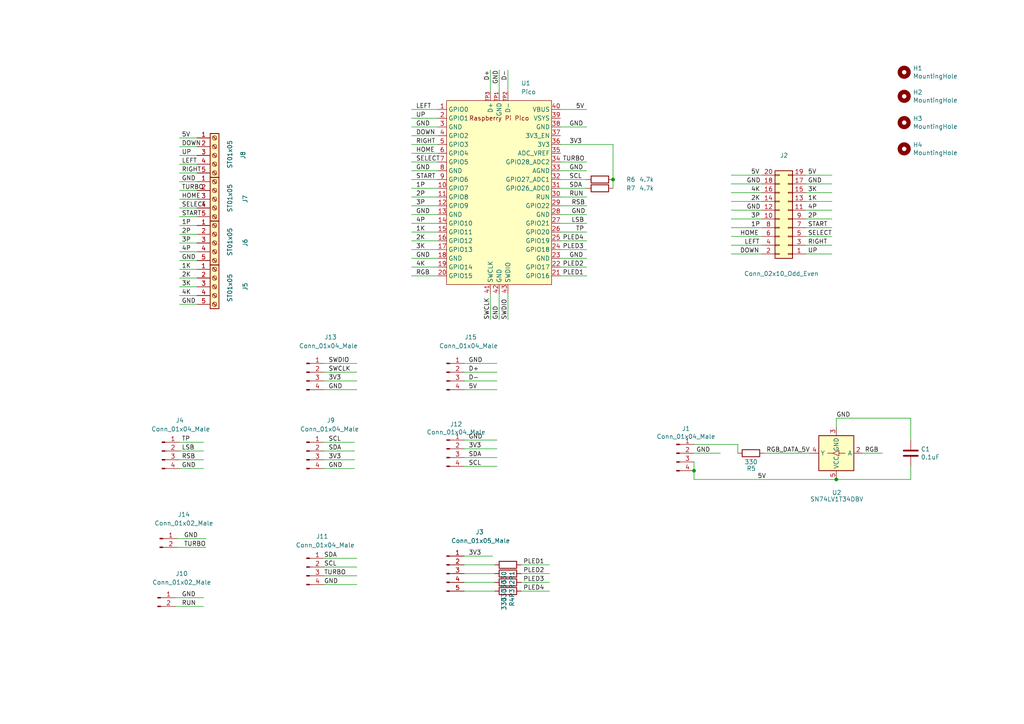
<source format=kicad_sch>
(kicad_sch (version 20211123) (generator eeschema)
  (paper "A4")
  (lib_symbols
    (symbol "Connector:Conn_01x02_Male" (pin_names (offset 1.016) hide)
      (property "Reference" "J" (at 0 2.54 0))
      (property "Value" "Conn_01x02_Male" (at 0 -5.08 0))
      (symbol "Conn_01x02_Male_1_1"
        (polyline (pts (xy 1.27 -2.54) (xy 0.8636 -2.54)) (stroke (width 0.1524)))
        (polyline (pts (xy 1.27 0) (xy 0.8636 0)) (stroke (width 0.1524)))
        (rectangle (start 0.8636 -2.413) (end 0 -2.667) (stroke (width 0.1524)) (fill (type outline)))
        (rectangle (start 0.8636 0.127) (end 0 -0.127) (stroke (width 0.1524)) (fill (type outline)))
        (pin passive line (at 5.08 0 180) (length 3.81) (name "Pin_1") (number "1"))
        (pin passive line (at 5.08 -2.54 180) (length 3.81) (name "Pin_2") (number "2"))
      )
    )
    (symbol "Connector:Conn_01x04_Male" (pin_names (offset 1.016) hide)
      (property "Reference" "J" (at 0 5.08 0))
      (property "Value" "Conn_01x04_Male" (at 0 -7.62 0))
      (symbol "Conn_01x04_Male_1_1"
        (polyline (pts (xy 1.27 -5.08) (xy 0.8636 -5.08)) (stroke (width 0.1524)))
        (polyline (pts (xy 1.27 -2.54) (xy 0.8636 -2.54)) (stroke (width 0.1524)))
        (polyline (pts (xy 1.27 0) (xy 0.8636 0)) (stroke (width 0.1524)))
        (polyline (pts (xy 1.27 2.54) (xy 0.8636 2.54)) (stroke (width 0.1524)))
        (rectangle (start 0.8636 -4.953) (end 0 -5.207) (stroke (width 0.1524)) (fill (type outline)))
        (rectangle (start 0.8636 -2.413) (end 0 -2.667) (stroke (width 0.1524)) (fill (type outline)))
        (rectangle (start 0.8636 0.127) (end 0 -0.127) (stroke (width 0.1524)) (fill (type outline)))
        (rectangle (start 0.8636 2.667) (end 0 2.413) (stroke (width 0.1524)) (fill (type outline)))
        (pin passive line (at 5.08 2.54 180) (length 3.81) (name "Pin_1") (number "1"))
        (pin passive line (at 5.08 0 180) (length 3.81) (name "Pin_2") (number "2"))
        (pin passive line (at 5.08 -2.54 180) (length 3.81) (name "Pin_3") (number "3"))
        (pin passive line (at 5.08 -5.08 180) (length 3.81) (name "Pin_4") (number "4"))
      )
    )
    (symbol "Connector:Conn_01x05_Male" (pin_names (offset 1.016) hide)
      (property "Reference" "J" (at 0 7.62 0))
      (property "Value" "Conn_01x05_Male" (at 0 -7.62 0))
      (symbol "Conn_01x05_Male_1_1"
        (polyline (pts (xy 1.27 -5.08) (xy 0.8636 -5.08)) (stroke (width 0.1524)))
        (polyline (pts (xy 1.27 -2.54) (xy 0.8636 -2.54)) (stroke (width 0.1524)))
        (polyline (pts (xy 1.27 0) (xy 0.8636 0)) (stroke (width 0.1524)))
        (polyline (pts (xy 1.27 2.54) (xy 0.8636 2.54)) (stroke (width 0.1524)))
        (polyline (pts (xy 1.27 5.08) (xy 0.8636 5.08)) (stroke (width 0.1524)))
        (rectangle (start 0.8636 -4.953) (end 0 -5.207) (stroke (width 0.1524)) (fill (type outline)))
        (rectangle (start 0.8636 -2.413) (end 0 -2.667) (stroke (width 0.1524)) (fill (type outline)))
        (rectangle (start 0.8636 0.127) (end 0 -0.127) (stroke (width 0.1524)) (fill (type outline)))
        (rectangle (start 0.8636 2.667) (end 0 2.413) (stroke (width 0.1524)) (fill (type outline)))
        (rectangle (start 0.8636 5.207) (end 0 4.953) (stroke (width 0.1524)) (fill (type outline)))
        (pin passive line (at 5.08 5.08 180) (length 3.81) (name "Pin_1") (number "1"))
        (pin passive line (at 5.08 2.54 180) (length 3.81) (name "Pin_2") (number "2"))
        (pin passive line (at 5.08 0 180) (length 3.81) (name "Pin_3") (number "3"))
        (pin passive line (at 5.08 -2.54 180) (length 3.81) (name "Pin_4") (number "4"))
        (pin passive line (at 5.08 -5.08 180) (length 3.81) (name "Pin_5") (number "5"))
      )
    )
    (symbol "Connector:Screw_Terminal_01x05" (pin_names (offset 1.016) hide)
      (property "Reference" "J" (at 0 7.62 0))
      (property "Value" "Screw_Terminal_01x05" (at 0 -7.62 0))
      (symbol "Screw_Terminal_01x05_1_1"
        (rectangle (start -1.27 6.35) (end 1.27 -6.35) (stroke (width 0.254)) (fill (type background)))
        (circle (center 0 -5.08) (radius 0.635) (stroke (width 0.1524)))
        (circle (center 0 -2.54) (radius 0.635) (stroke (width 0.1524)))
        (polyline (pts (xy -0.5334 -4.7498) (xy 0.3302 -5.588)) (stroke (width 0.1524)))
        (polyline (pts (xy -0.5334 -2.2098) (xy 0.3302 -3.048)) (stroke (width 0.1524)))
        (polyline (pts (xy -0.5334 0.3302) (xy 0.3302 -0.508)) (stroke (width 0.1524)))
        (polyline (pts (xy -0.5334 2.8702) (xy 0.3302 2.032)) (stroke (width 0.1524)))
        (polyline (pts (xy -0.5334 5.4102) (xy 0.3302 4.572)) (stroke (width 0.1524)))
        (polyline (pts (xy -0.3556 -4.572) (xy 0.508 -5.4102)) (stroke (width 0.1524)))
        (polyline (pts (xy -0.3556 -2.032) (xy 0.508 -2.8702)) (stroke (width 0.1524)))
        (polyline (pts (xy -0.3556 0.508) (xy 0.508 -0.3302)) (stroke (width 0.1524)))
        (polyline (pts (xy -0.3556 3.048) (xy 0.508 2.2098)) (stroke (width 0.1524)))
        (polyline (pts (xy -0.3556 5.588) (xy 0.508 4.7498)) (stroke (width 0.1524)))
        (circle (center 0 0) (radius 0.635) (stroke (width 0.1524)))
        (circle (center 0 2.54) (radius 0.635) (stroke (width 0.1524)))
        (circle (center 0 5.08) (radius 0.635) (stroke (width 0.1524)))
        (pin passive line (at -5.08 5.08 0) (length 3.81) (name "Pin_1") (number "1"))
        (pin passive line (at -5.08 2.54 0) (length 3.81) (name "Pin_2") (number "2"))
        (pin passive line (at -5.08 0 0) (length 3.81) (name "Pin_3") (number "3"))
        (pin passive line (at -5.08 -2.54 0) (length 3.81) (name "Pin_4") (number "4"))
        (pin passive line (at -5.08 -5.08 0) (length 3.81) (name "Pin_5") (number "5"))
      )
    )
    (symbol "Connector_Generic:Conn_02x10_Odd_Even" (pin_names (offset 1.016) hide)
      (property "Reference" "J" (at 1.27 12.7 0))
      (property "Value" "Conn_02x10_Odd_Even" (at 1.27 -15.24 0))
      (symbol "Conn_02x10_Odd_Even_1_1"
        (rectangle (start -1.27 -12.573) (end 0 -12.827) (stroke (width 0.1524)))
        (rectangle (start -1.27 -10.033) (end 0 -10.287) (stroke (width 0.1524)))
        (rectangle (start -1.27 -7.493) (end 0 -7.747) (stroke (width 0.1524)))
        (rectangle (start -1.27 -4.953) (end 0 -5.207) (stroke (width 0.1524)))
        (rectangle (start -1.27 -2.413) (end 0 -2.667) (stroke (width 0.1524)))
        (rectangle (start -1.27 0.127) (end 0 -0.127) (stroke (width 0.1524)))
        (rectangle (start -1.27 2.667) (end 0 2.413) (stroke (width 0.1524)))
        (rectangle (start -1.27 5.207) (end 0 4.953) (stroke (width 0.1524)))
        (rectangle (start -1.27 7.747) (end 0 7.493) (stroke (width 0.1524)))
        (rectangle (start -1.27 10.287) (end 0 10.033) (stroke (width 0.1524)))
        (rectangle (start -1.27 11.43) (end 3.81 -13.97) (stroke (width 0.254)) (fill (type background)))
        (rectangle (start 3.81 -12.573) (end 2.54 -12.827) (stroke (width 0.1524)))
        (rectangle (start 3.81 -10.033) (end 2.54 -10.287) (stroke (width 0.1524)))
        (rectangle (start 3.81 -7.493) (end 2.54 -7.747) (stroke (width 0.1524)))
        (rectangle (start 3.81 -4.953) (end 2.54 -5.207) (stroke (width 0.1524)))
        (rectangle (start 3.81 -2.413) (end 2.54 -2.667) (stroke (width 0.1524)))
        (rectangle (start 3.81 0.127) (end 2.54 -0.127) (stroke (width 0.1524)))
        (rectangle (start 3.81 2.667) (end 2.54 2.413) (stroke (width 0.1524)))
        (rectangle (start 3.81 5.207) (end 2.54 4.953) (stroke (width 0.1524)))
        (rectangle (start 3.81 7.747) (end 2.54 7.493) (stroke (width 0.1524)))
        (rectangle (start 3.81 10.287) (end 2.54 10.033) (stroke (width 0.1524)))
        (pin passive line (at -5.08 10.16 0) (length 3.81) (name "Pin_1") (number "1"))
        (pin passive line (at 7.62 0 180) (length 3.81) (name "Pin_10") (number "10"))
        (pin passive line (at -5.08 -2.54 0) (length 3.81) (name "Pin_11") (number "11"))
        (pin passive line (at 7.62 -2.54 180) (length 3.81) (name "Pin_12") (number "12"))
        (pin passive line (at -5.08 -5.08 0) (length 3.81) (name "Pin_13") (number "13"))
        (pin passive line (at 7.62 -5.08 180) (length 3.81) (name "Pin_14") (number "14"))
        (pin passive line (at -5.08 -7.62 0) (length 3.81) (name "Pin_15") (number "15"))
        (pin passive line (at 7.62 -7.62 180) (length 3.81) (name "Pin_16") (number "16"))
        (pin passive line (at -5.08 -10.16 0) (length 3.81) (name "Pin_17") (number "17"))
        (pin passive line (at 7.62 -10.16 180) (length 3.81) (name "Pin_18") (number "18"))
        (pin passive line (at -5.08 -12.7 0) (length 3.81) (name "Pin_19") (number "19"))
        (pin passive line (at 7.62 10.16 180) (length 3.81) (name "Pin_2") (number "2"))
        (pin passive line (at 7.62 -12.7 180) (length 3.81) (name "Pin_20") (number "20"))
        (pin passive line (at -5.08 7.62 0) (length 3.81) (name "Pin_3") (number "3"))
        (pin passive line (at 7.62 7.62 180) (length 3.81) (name "Pin_4") (number "4"))
        (pin passive line (at -5.08 5.08 0) (length 3.81) (name "Pin_5") (number "5"))
        (pin passive line (at 7.62 5.08 180) (length 3.81) (name "Pin_6") (number "6"))
        (pin passive line (at -5.08 2.54 0) (length 3.81) (name "Pin_7") (number "7"))
        (pin passive line (at 7.62 2.54 180) (length 3.81) (name "Pin_8") (number "8"))
        (pin passive line (at -5.08 0 0) (length 3.81) (name "Pin_9") (number "9"))
      )
    )
    (symbol "Device:C" (pin_numbers hide) (pin_names (offset 0.254))
      (property "Reference" "C" (at 0.635 2.54 0))
      (property "Value" "C" (at 0.635 -2.54 0))
      (symbol "C_0_1"
        (polyline (pts (xy -2.032 -0.762) (xy 2.032 -0.762)) (stroke (width 0.508)))
        (polyline (pts (xy -2.032 0.762) (xy 2.032 0.762)) (stroke (width 0.508)))
      )
      (symbol "C_1_1"
        (pin passive line (at 0 3.81 270) (length 2.794) (name "~") (number "1"))
        (pin passive line (at 0 -3.81 90) (length 2.794) (name "~") (number "2"))
      )
    )
    (symbol "Device:R" (pin_numbers hide) (pin_names (offset 0))
      (property "Reference" "R" (at 2.032 0 90))
      (property "Value" "R" (at 0 0 90))
      (symbol "R_0_1"
        (rectangle (start -1.016 -2.54) (end 1.016 2.54) (stroke (width 0.254)))
      )
      (symbol "R_1_1"
        (pin passive line (at 0 3.81 270) (length 1.27) (name "~") (number "1"))
        (pin passive line (at 0 -3.81 90) (length 1.27) (name "~") (number "2"))
      )
    )
    (symbol "Logic_LevelTranslator:SN74LV1T34DBV"
      (property "Reference" "U" (at 5.08 6.35 0))
      (property "Value" "SN74LV1T34DBV" (at 5.08 3.81 0))
      (symbol "SN74LV1T34DBV_0_1"
        (rectangle (start -5.08 5.08) (end 5.08 -5.08) (stroke (width 0.254)) (fill (type background)))
        (polyline (pts (xy -0.762 0) (xy -2.54 0)))
        (polyline (pts (xy 1.016 0) (xy 2.54 0)))
      )
      (symbol "SN74LV1T34DBV_1_1"
        (polyline (pts (xy -0.762 -0.762) (xy -0.762 0.762) (xy 1.016 0) (xy -0.762 -0.762)))
        (pin no_connect line (at -5.08 2.54 0) (length 2.54) hide (name "NC") (number "1"))
        (pin input line (at -7.62 0 0) (length 2.54) (name "A") (number "2"))
        (pin power_in line (at 0 -7.62 90) (length 2.54) (name "GND") (number "3"))
        (pin output line (at 7.62 0 180) (length 2.54) (name "Y") (number "4"))
        (pin power_in line (at 0 7.62 270) (length 2.54) (name "VCC") (number "5"))
      )
    )
    (symbol "Mechanical:MountingHole" (pin_names (offset 1.016))
      (property "Reference" "H" (at 0 5.08 0))
      (property "Value" "MountingHole" (at 0 3.175 0))
      (symbol "MountingHole_0_1"
        (circle (center 0 0) (radius 1.27) (stroke (width 1.27)))
      )
    )
    (symbol "RaspberryPi_Pico:Pico_tp"
      (property "Reference" "U1" (at -1.27 38.1 0))
      (property "Value" "Pico_tp" (at -1.27 35.56 0))
      (symbol "Pico_tp_0_0"
        (text "Raspberry Pi Pico" (at 0 21.59 0) (effects (font (size 1.27 1.27))))
      )
      (symbol "Pico_tp_0_1"
        (rectangle (start -15.24 26.67) (end 15.24 -26.67) (fill (type background)))
      )
      (symbol "Pico_tp_1_1"
        (pin bidirectional line (at -17.78 24.13 0) (length 2.54) (name "GPIO0") (number "1"))
        (pin bidirectional line (at -17.78 1.27 0) (length 2.54) (name "GPIO7") (number "10"))
        (pin bidirectional line (at -17.78 -1.27 0) (length 2.54) (name "GPIO8") (number "11"))
        (pin bidirectional line (at -17.78 -3.81 0) (length 2.54) (name "GPIO9") (number "12"))
        (pin power_in line (at -17.78 -6.35 0) (length 2.54) (name "GND") (number "13"))
        (pin bidirectional line (at -17.78 -8.89 0) (length 2.54) (name "GPIO10") (number "14"))
        (pin bidirectional line (at -17.78 -11.43 0) (length 2.54) (name "GPIO11") (number "15"))
        (pin bidirectional line (at -17.78 -13.97 0) (length 2.54) (name "GPIO12") (number "16"))
        (pin bidirectional line (at -17.78 -16.51 0) (length 2.54) (name "GPIO13") (number "17"))
        (pin power_in line (at -17.78 -19.05 0) (length 2.54) (name "GND") (number "18"))
        (pin bidirectional line (at -17.78 -21.59 0) (length 2.54) (name "GPIO14") (number "19"))
        (pin bidirectional line (at -17.78 21.59 0) (length 2.54) (name "GPIO1") (number "2"))
        (pin bidirectional line (at -17.78 -24.13 0) (length 2.54) (name "GPIO15") (number "20"))
        (pin bidirectional line (at 17.78 -24.13 180) (length 2.54) (name "GPIO16") (number "21"))
        (pin bidirectional line (at 17.78 -21.59 180) (length 2.54) (name "GPIO17") (number "22"))
        (pin power_in line (at 17.78 -19.05 180) (length 2.54) (name "GND") (number "23"))
        (pin bidirectional line (at 17.78 -16.51 180) (length 2.54) (name "GPIO18") (number "24"))
        (pin bidirectional line (at 17.78 -13.97 180) (length 2.54) (name "GPIO19") (number "25"))
        (pin bidirectional line (at 17.78 -11.43 180) (length 2.54) (name "GPIO20") (number "26"))
        (pin bidirectional line (at 17.78 -8.89 180) (length 2.54) (name "GPIO21") (number "27"))
        (pin power_in line (at 17.78 -6.35 180) (length 2.54) (name "GND") (number "28"))
        (pin bidirectional line (at 17.78 -3.81 180) (length 2.54) (name "GPIO22") (number "29"))
        (pin power_in line (at -17.78 19.05 0) (length 2.54) (name "GND") (number "3"))
        (pin input line (at 17.78 -1.27 180) (length 2.54) (name "RUN") (number "30"))
        (pin bidirectional line (at 17.78 1.27 180) (length 2.54) (name "GPIO26_ADC0") (number "31"))
        (pin bidirectional line (at 17.78 3.81 180) (length 2.54) (name "GPIO27_ADC1") (number "32"))
        (pin power_in line (at 17.78 6.35 180) (length 2.54) (name "AGND") (number "33"))
        (pin bidirectional line (at 17.78 8.89 180) (length 2.54) (name "GPIO28_ADC2") (number "34"))
        (pin power_in line (at 17.78 11.43 180) (length 2.54) (name "ADC_VREF") (number "35"))
        (pin power_in line (at 17.78 13.97 180) (length 2.54) (name "3V3") (number "36"))
        (pin input line (at 17.78 16.51 180) (length 2.54) (name "3V3_EN") (number "37"))
        (pin bidirectional line (at 17.78 19.05 180) (length 2.54) (name "GND") (number "38"))
        (pin power_in line (at 17.78 21.59 180) (length 2.54) (name "VSYS") (number "39"))
        (pin bidirectional line (at -17.78 16.51 0) (length 2.54) (name "GPIO2") (number "4"))
        (pin power_in line (at 17.78 24.13 180) (length 2.54) (name "VBUS") (number "40"))
        (pin input line (at -2.54 -29.21 90) (length 2.54) (name "SWCLK") (number "41"))
        (pin power_in line (at 0 -29.21 90) (length 2.54) (name "GND") (number "42"))
        (pin bidirectional line (at 2.54 -29.21 90) (length 2.54) (name "SWDIO") (number "43"))
        (pin bidirectional line (at -17.78 13.97 0) (length 2.54) (name "GPIO3") (number "5"))
        (pin bidirectional line (at -17.78 11.43 0) (length 2.54) (name "GPIO4") (number "6"))
        (pin bidirectional line (at -17.78 8.89 0) (length 2.54) (name "GPIO5") (number "7"))
        (pin power_in line (at -17.78 6.35 0) (length 2.54) (name "GND") (number "8"))
        (pin bidirectional line (at -17.78 3.81 0) (length 2.54) (name "GPIO6") (number "9"))
        (pin unspecified line (at 0 29.21 270) (length 2.54) (name "GND") (number "TP1"))
        (pin bidirectional line (at 2.54 29.21 270) (length 2.54) (name "D-") (number "TP2"))
        (pin bidirectional line (at -2.54 29.21 270) (length 2.54) (name "D+") (number "TP3"))
      )
    )
  )
  (junction (at 242.57 139.065))
  (junction (at 201.295 136.525))
  (junction (at 177.8 52.07))
  (wire (pts (xy 242.57 123.825) (xy 242.57 121.285)))
  (wire (pts (xy 119.38 74.93) (xy 127 74.93)))
  (wire (pts (xy 119.38 54.61) (xy 127 54.61)))
  (wire (pts (xy 59.055 128.27) (xy 52.07 128.27)))
  (wire (pts (xy 144.145 105.41) (xy 134.62 105.41)))
  (wire (pts (xy 170.18 54.61) (xy 162.56 54.61)))
  (wire (pts (xy 134.62 168.91) (xy 143.51 168.91)))
  (wire (pts (xy 59.055 130.81) (xy 52.07 130.81)))
  (wire (pts (xy 144.145 132.715) (xy 134.62 132.715)))
  (wire (pts (xy 144.145 127.635) (xy 134.62 127.635)))
  (wire (pts (xy 134.62 161.29) (xy 142.875 161.29)))
  (wire (pts (xy 119.38 34.29) (xy 127 34.29)))
  (wire (pts (xy 134.62 163.83) (xy 143.51 163.83)))
  (wire (pts (xy 119.38 39.37) (xy 127 39.37)))
  (wire (pts (xy 59.69 158.75) (xy 51.435 158.75)))
  (wire (pts (xy 170.18 69.85) (xy 162.56 69.85)))
  (wire (pts (xy 170.18 49.53) (xy 162.56 49.53)))
  (wire (pts (xy 57.15 73.025) (xy 52.07 73.025)))
  (wire (pts (xy 57.15 78.105) (xy 52.07 78.105)))
  (wire (pts (xy 170.18 64.77) (xy 162.56 64.77)))
  (wire (pts (xy 201.295 136.525) (xy 201.295 133.985)))
  (wire (pts (xy 170.18 59.69) (xy 162.56 59.69)))
  (wire (pts (xy 212.09 58.42) (xy 220.98 58.42)))
  (wire (pts (xy 119.38 49.53) (xy 127 49.53)))
  (wire (pts (xy 142.24 20.32) (xy 142.24 26.67)))
  (wire (pts (xy 119.38 31.75) (xy 127 31.75)))
  (wire (pts (xy 241.3 66.04) (xy 233.68 66.04)))
  (wire (pts (xy 147.32 85.09) (xy 147.32 92.71)))
  (wire (pts (xy 119.38 64.77) (xy 127 64.77)))
  (wire (pts (xy 241.3 53.34) (xy 233.68 53.34)))
  (wire (pts (xy 57.15 62.865) (xy 52.07 62.865)))
  (wire (pts (xy 241.3 63.5) (xy 233.68 63.5)))
  (wire (pts (xy 119.38 67.31) (xy 127 67.31)))
  (wire (pts (xy 170.18 57.15) (xy 162.56 57.15)))
  (wire (pts (xy 144.78 85.09) (xy 144.78 92.71)))
  (wire (pts (xy 134.62 113.03) (xy 144.145 113.03)))
  (wire (pts (xy 170.18 74.93) (xy 162.56 74.93)))
  (wire (pts (xy 162.56 31.75) (xy 170.18 31.75)))
  (wire (pts (xy 241.3 73.66) (xy 233.68 73.66)))
  (wire (pts (xy 93.98 164.465) (xy 103.505 164.465)))
  (wire (pts (xy 119.38 72.39) (xy 127 72.39)))
  (wire (pts (xy 119.38 62.23) (xy 127 62.23)))
  (wire (pts (xy 241.3 68.58) (xy 233.68 68.58)))
  (wire (pts (xy 242.57 139.065) (xy 264.16 139.065)))
  (wire (pts (xy 57.15 50.165) (xy 52.07 50.165)))
  (wire (pts (xy 201.295 139.065) (xy 242.57 139.065)))
  (wire (pts (xy 201.295 131.445) (xy 208.915 131.445)))
  (wire (pts (xy 57.15 83.185) (xy 52.07 83.185)))
  (wire (pts (xy 57.15 52.705) (xy 52.07 52.705)))
  (wire (pts (xy 57.15 65.405) (xy 52.07 65.405)))
  (wire (pts (xy 147.32 20.32) (xy 147.32 26.67)))
  (wire (pts (xy 170.18 72.39) (xy 162.56 72.39)))
  (wire (pts (xy 119.38 77.47) (xy 127 77.47)))
  (wire (pts (xy 59.055 133.35) (xy 52.07 133.35)))
  (wire (pts (xy 159.385 166.37) (xy 151.13 166.37)))
  (wire (pts (xy 170.18 80.01) (xy 162.56 80.01)))
  (wire (pts (xy 170.18 46.99) (xy 162.56 46.99)))
  (wire (pts (xy 57.15 67.945) (xy 52.07 67.945)))
  (wire (pts (xy 93.98 167.005) (xy 103.505 167.005)))
  (wire (pts (xy 57.15 70.485) (xy 52.07 70.485)))
  (wire (pts (xy 103.505 105.41) (xy 93.98 105.41)))
  (wire (pts (xy 57.15 40.005) (xy 52.07 40.005)))
  (wire (pts (xy 144.78 20.32) (xy 144.78 26.67)))
  (wire (pts (xy 57.15 55.245) (xy 52.07 55.245)))
  (wire (pts (xy 201.295 128.905) (xy 213.995 128.905)))
  (wire (pts (xy 201.295 136.525) (xy 201.295 139.065)))
  (wire (pts (xy 264.16 139.065) (xy 264.16 135.255)))
  (wire (pts (xy 134.62 171.45) (xy 143.51 171.45)))
  (wire (pts (xy 119.38 46.99) (xy 127 46.99)))
  (wire (pts (xy 59.055 173.355) (xy 50.8 173.355)))
  (wire (pts (xy 119.38 80.01) (xy 127 80.01)))
  (wire (pts (xy 57.15 47.625) (xy 52.07 47.625)))
  (wire (pts (xy 221.615 131.445) (xy 234.95 131.445)))
  (wire (pts (xy 59.69 156.21) (xy 51.435 156.21)))
  (wire (pts (xy 159.385 171.45) (xy 151.13 171.45)))
  (wire (pts (xy 177.8 41.91) (xy 177.8 52.07)))
  (wire (pts (xy 144.145 110.49) (xy 134.62 110.49)))
  (wire (pts (xy 59.055 135.89) (xy 52.07 135.89)))
  (wire (pts (xy 144.145 130.175) (xy 134.62 130.175)))
  (wire (pts (xy 93.98 169.545) (xy 103.505 169.545)))
  (wire (pts (xy 159.385 168.91) (xy 151.13 168.91)))
  (wire (pts (xy 59.055 175.895) (xy 50.8 175.895)))
  (wire (pts (xy 241.3 50.8) (xy 233.68 50.8)))
  (wire (pts (xy 119.38 41.91) (xy 127 41.91)))
  (wire (pts (xy 170.18 62.23) (xy 162.56 62.23)))
  (wire (pts (xy 57.15 60.325) (xy 52.07 60.325)))
  (wire (pts (xy 170.18 52.07) (xy 162.56 52.07)))
  (wire (pts (xy 212.09 63.5) (xy 220.98 63.5)))
  (wire (pts (xy 159.385 163.83) (xy 151.13 163.83)))
  (wire (pts (xy 57.15 45.085) (xy 52.07 45.085)))
  (wire (pts (xy 212.09 53.34) (xy 220.98 53.34)))
  (wire (pts (xy 102.87 128.27) (xy 93.98 128.27)))
  (wire (pts (xy 57.15 88.265) (xy 52.07 88.265)))
  (wire (pts (xy 57.15 75.565) (xy 52.07 75.565)))
  (wire (pts (xy 170.18 67.31) (xy 162.56 67.31)))
  (wire (pts (xy 144.145 135.255) (xy 134.62 135.255)))
  (wire (pts (xy 241.3 58.42) (xy 233.68 58.42)))
  (wire (pts (xy 212.09 71.12) (xy 220.98 71.12)))
  (wire (pts (xy 213.995 128.905) (xy 213.995 131.445)))
  (wire (pts (xy 102.87 130.81) (xy 93.98 130.81)))
  (wire (pts (xy 119.38 36.83) (xy 127 36.83)))
  (wire (pts (xy 57.15 42.545) (xy 52.07 42.545)))
  (wire (pts (xy 119.38 52.07) (xy 127 52.07)))
  (wire (pts (xy 212.09 66.04) (xy 220.98 66.04)))
  (wire (pts (xy 212.09 50.8) (xy 220.98 50.8)))
  (wire (pts (xy 212.09 55.88) (xy 220.98 55.88)))
  (wire (pts (xy 264.16 121.285) (xy 264.16 127.635)))
  (wire (pts (xy 142.24 85.09) (xy 142.24 92.71)))
  (wire (pts (xy 177.8 52.07) (xy 177.8 54.61)))
  (wire (pts (xy 93.98 113.03) (xy 103.505 113.03)))
  (wire (pts (xy 241.3 71.12) (xy 233.68 71.12)))
  (wire (pts (xy 103.505 161.925) (xy 93.98 161.925)))
  (wire (pts (xy 102.87 133.35) (xy 93.98 133.35)))
  (wire (pts (xy 170.18 77.47) (xy 162.56 77.47)))
  (wire (pts (xy 212.09 68.58) (xy 220.98 68.58)))
  (wire (pts (xy 57.15 85.725) (xy 52.07 85.725)))
  (wire (pts (xy 119.38 57.15) (xy 127 57.15)))
  (wire (pts (xy 134.62 166.37) (xy 143.51 166.37)))
  (wire (pts (xy 241.3 60.96) (xy 233.68 60.96)))
  (wire (pts (xy 144.145 107.95) (xy 134.62 107.95)))
  (wire (pts (xy 250.19 131.445) (xy 255.905 131.445)))
  (wire (pts (xy 241.3 55.88) (xy 233.68 55.88)))
  (wire (pts (xy 242.57 121.285) (xy 264.16 121.285)))
  (wire (pts (xy 119.38 59.69) (xy 127 59.69)))
  (wire (pts (xy 212.09 73.66) (xy 220.98 73.66)))
  (wire (pts (xy 57.15 57.785) (xy 52.07 57.785)))
  (wire (pts (xy 212.09 60.96) (xy 220.98 60.96)))
  (wire (pts (xy 119.38 44.45) (xy 127 44.45)))
  (wire (pts (xy 57.15 80.645) (xy 52.07 80.645)))
  (wire (pts (xy 103.505 110.49) (xy 93.98 110.49)))
  (wire (pts (xy 103.505 107.95) (xy 93.98 107.95)))
  (wire (pts (xy 119.38 69.85) (xy 127 69.85)))
  (wire (pts (xy 170.18 36.83) (xy 162.56 36.83)))
  (wire (pts (xy 162.56 41.91) (xy 177.8 41.91)))
  (wire (pts (xy 102.87 135.89) (xy 93.98 135.89)))
  (label "RUN" (at 52.705 175.895 0))
  (label "START" (at 120.65 52.07 0))
  (label "RIGHT" (at 120.65 41.91 0))
  (label "2P" (at 234.315 63.5 0))
  (label "PLED1" (at 163.195 80.01 0))
  (label "2K" (at 52.705 80.645 0))
  (label "3P" (at 120.65 59.69 0))
  (label "GND" (at 95.25 135.89 0))
  (label "HOME" (at 52.705 57.785 0))
  (label "GND" (at 216.535 60.96 0))
  (label "TURBO" (at 163.195 46.99 0))
  (label "D+" (at 135.89 107.95 0))
  (label "GND" (at 135.89 105.41 0))
  (label "GND" (at 165.1 49.53 0))
  (label "GND" (at 165.735 62.23 0))
  (label "4P" (at 234.315 60.96 0))
  (label "DOWN" (at 52.705 42.545 0))
  (label "5V" (at 135.89 113.03 0))
  (label "RGB" (at 120.65 80.01 0))
  (label "START" (at 52.705 62.865 0))
  (label "4K" (at 120.65 77.47 0))
  (label "RIGHT" (at 52.705 50.165 0))
  (label "GND" (at 120.65 36.83 0))
  (label "3K" (at 52.705 83.185 0))
  (label "1K" (at 120.65 67.31 0))
  (label "GND" (at 52.705 52.705 0))
  (label "5V" (at 167.005 31.75 0))
  (label "SELECT" (at 234.315 68.58 0))
  (label "GND" (at 234.315 53.34 0))
  (label "SDA" (at 135.89 132.715 0))
  (label "3K" (at 234.315 55.88 0))
  (label "3V3" (at 135.89 161.29 0))
  (label "GND" (at 165.1 36.83 0))
  (label "RGB" (at 250.825 131.445 0))
  (label "SCL" (at 95.25 128.27 0))
  (label "1P" (at 120.65 54.61 0))
  (label "PLED4" (at 151.765 171.45 0))
  (label "SDA" (at 95.25 130.81 0))
  (label "GND" (at 120.65 74.93 0))
  (label "RSB" (at 165.735 59.69 0))
  (label "UP" (at 234.315 73.66 0))
  (label "1P" (at 52.705 65.405 0))
  (label "5V" (at 217.805 50.8 0))
  (label "GND" (at 52.705 173.355 0))
  (label "4K" (at 217.805 55.88 0))
  (label "TP" (at 52.705 128.27 0))
  (label "PLED3" (at 151.765 168.91 0))
  (label "GND" (at 242.57 121.285 0))
  (label "D-" (at 135.89 110.49 0))
  (label "SWDIO" (at 95.25 105.41 0))
  (label "GND" (at 52.705 88.265 0))
  (label "UP" (at 52.705 45.085 0))
  (label "TURBO" (at 53.34 158.75 0))
  (label "2K" (at 120.65 69.85 0))
  (label "D-" (at 147.32 20.32 270))
  (label "5V" (at 52.705 40.005 0))
  (label "SDA" (at 165.1 54.61 0))
  (label "2P" (at 120.65 57.15 0))
  (label "GND" (at 53.34 156.21 0))
  (label "4K" (at 52.705 85.725 0))
  (label "SWDIO" (at 147.32 92.71 90))
  (label "3P" (at 217.805 63.5 0))
  (label "LSB" (at 165.735 64.77 0))
  (label "GND" (at 93.98 169.545 0))
  (label "SCL" (at 93.98 164.465 0))
  (label "1K" (at 234.315 58.42 0))
  (label "DOWN" (at 214.63 73.66 0))
  (label "GND" (at 52.705 75.565 0))
  (label "GND" (at 144.78 20.32 270))
  (label "4P" (at 120.65 64.77 0))
  (label "3V3" (at 135.89 130.175 0))
  (label "SELECT" (at 120.65 46.99 0))
  (label "2K" (at 217.805 58.42 0))
  (label "RIGHT" (at 234.315 71.12 0))
  (label "LEFT" (at 120.65 31.75 0))
  (label "PLED1" (at 151.765 163.83 0))
  (label "SWCLK" (at 95.25 107.95 0))
  (label "PLED4" (at 163.195 69.85 0))
  (label "SELECT" (at 52.705 60.325 0))
  (label "1P" (at 217.805 66.04 0))
  (label "LEFT" (at 215.9 71.12 0))
  (label "LEFT" (at 52.705 47.625 0))
  (label "UP" (at 120.65 34.29 0))
  (label "3V3" (at 95.25 133.35 0))
  (label "PLED2" (at 163.195 77.47 0))
  (label "5V" (at 219.71 139.065 0))
  (label "D+" (at 142.24 20.32 270))
  (label "SCL" (at 135.89 135.255 0))
  (label "GND" (at 144.78 92.71 90))
  (label "2P" (at 52.705 67.945 0))
  (label "HOME" (at 214.63 68.58 0))
  (label "3V3" (at 165.1 41.91 0))
  (label "PLED3" (at 163.195 72.39 0))
  (label "TP" (at 167.005 67.31 0))
  (label "TURBO" (at 93.98 167.005 0))
  (label "RGB_DATA_5V" (at 222.25 131.445 0))
  (label "RSB" (at 52.705 133.35 0))
  (label "GND" (at 165.1 74.93 0))
  (label "3V3" (at 95.25 110.49 0))
  (label "GND" (at 52.705 135.89 0))
  (label "GND" (at 216.535 53.34 0))
  (label "START" (at 234.315 66.04 0))
  (label "GND" (at 120.65 49.53 0))
  (label "4P" (at 52.705 73.025 0))
  (label "GND" (at 135.89 127.635 0))
  (label "SDA" (at 93.98 161.925 0))
  (label "DOWN" (at 120.65 39.37 0))
  (label "GND" (at 201.93 131.445 0))
  (label "SWCLK" (at 142.24 92.71 90))
  (label "LSB" (at 52.705 130.81 0))
  (label "1K" (at 52.705 78.105 0))
  (label "3P" (at 52.705 70.485 0))
  (label "SCL" (at 165.1 52.07 0))
  (label "HOME" (at 120.65 44.45 0))
  (label "TURBO" (at 52.705 55.245 0))
  (label "RUN" (at 165.1 57.15 0))
  (label "PLED2" (at 151.765 166.37 0))
  (label "GND" (at 120.65 62.23 0))
  (label "GND" (at 95.25 113.03 0))
  (label "3K" (at 120.65 72.39 0))
  (label "5V" (at 234.315 50.8 0))
  (symbol (lib_id "RaspberryPi_Pico:Pico_tp") (at 144.78 55.88 0) (unit 1)
    (property "Reference" "U1" (at 151.13 24.13 0) (effects (justify left)))
    (property "Value" "Pico" (at 151.13 26.67 0) (effects (justify left)))
    (property "Footprint" "Raspberry_Pico:RPi_Pico_SMD_TH_TP" (effects hide))
  )
  (symbol (lib_id "Connector_Generic:Conn_02x10_Odd_Even") (at 228.6 63.5 180) (unit 1)
    (property "Reference" "J2" (at 228.6 45.085 0) (effects (justify left)))
    (property "Value" "Conn_02x10_Odd_Even" (at 237.49 79.375 0) (effects (justify left)))
    (property "Footprint" "Connector_PinHeader_2.54mm:PinHeader_2x10_P2.54mm_Vertical" (effects hide))
  )
  (symbol (lib_id "Connector:Conn_01x05_Male") (at 129.54 166.37 0) (unit 1)
    (property "Reference" "J3" (at 140.335 154.305 0) (effects (justify right)))
    (property "Value" "Conn_01x05_Male" (at 147.955 156.845 0) (effects (justify right)))
    (property "Footprint" "Connector_JST:JST_PH_B5B-PH-K_1x05_P2.00mm_Vertical" (effects hide))
  )
  (symbol (lib_id "Connector:Conn_01x04_Male") (at 46.99 130.81 0) (unit 1)
    (property "Reference" "J4" (at 53.34 121.92 0) (effects (justify right)))
    (property "Value" "Conn_01x04_Male" (at 60.96 124.46 0) (effects (justify right)))
    (property "Footprint" "Connector_JST:JST_PH_B4B-PH-K_1x04_P2.00mm_Vertical" (effects hide))
  )
  (symbol (lib_id "Device:R") (at 147.32 163.83 270) (unit 1)
    (property "Reference" "R1" (at 148.4884 165.608 0) (effects (justify left)))
    (property "Value" "330" (at 146.177 165.608 0) (effects (justify left)))
    (property "Footprint" "Resistor_SMD:R_0805_2012Metric" (effects hide))
  )
  (symbol (lib_id "Device:R") (at 147.32 166.37 270) (unit 1)
    (property "Reference" "R2" (at 148.4884 168.148 0) (effects (justify left)))
    (property "Value" "330" (at 146.177 168.148 0) (effects (justify left)))
    (property "Footprint" "Resistor_SMD:R_0805_2012Metric" (effects hide))
  )
  (symbol (lib_id "Device:R") (at 147.32 168.91 270) (unit 1)
    (property "Reference" "R3" (at 148.4884 170.688 0) (effects (justify left)))
    (property "Value" "330" (at 146.177 170.688 0) (effects (justify left)))
    (property "Footprint" "Resistor_SMD:R_0805_2012Metric" (effects hide))
  )
  (symbol (lib_id "Device:R") (at 147.32 171.45 270) (unit 1)
    (property "Reference" "R4" (at 148.4884 173.228 0) (effects (justify left)))
    (property "Value" "330" (at 146.177 173.228 0) (effects (justify left)))
    (property "Footprint" "Resistor_SMD:R_0805_2012Metric" (effects hide))
  )
  (symbol (lib_id "Logic_LevelTranslator:SN74LV1T34DBV") (at 242.57 131.445 180) (unit 1)
    (property "Reference" "U2" (at 241.3 142.875 0) (effects (justify right)))
    (property "Value" "SN74LV1T34DBV" (at 234.95 144.78 0) (effects (justify right)))
    (property "Footprint" "Package_TO_SOT_SMD:SOT-23-5" (effects hide))
    (property "Datasheet" "https://www.ti.com/lit/ds/symlink/sn74lv1t34.pdf" (effects hide))
  )
  (symbol (lib_id "Connector:Screw_Terminal_01x05") (at 62.23 83.185 0) (unit 1)
    (property "Reference" "J5" (at 71.12 81.915 90) (effects (justify right)))
    (property "Value" "ST01x05" (at 66.675 79.375 90) (effects (justify right)))
    (property "Footprint" "TerminalBlock_MetzConnect:TerminalBlock_MetzConnect_Type059_RT06305HBWC_1x05_P3.50mm_Horizontal" (effects hide))
  )
  (symbol (lib_id "Connector:Screw_Terminal_01x05") (at 62.23 70.485 0) (unit 1)
    (property "Reference" "J6" (at 71.12 69.215 90) (effects (justify right)))
    (property "Value" "ST01x05" (at 66.675 66.04 90) (effects (justify right)))
    (property "Footprint" "TerminalBlock_MetzConnect:TerminalBlock_MetzConnect_Type059_RT06305HBWC_1x05_P3.50mm_Horizontal" (effects hide))
  )
  (symbol (lib_id "Connector:Screw_Terminal_01x05") (at 62.23 57.785 0) (unit 1)
    (property "Reference" "J7" (at 71.12 56.515 90) (effects (justify right)))
    (property "Value" "ST01x05" (at 66.675 53.34 90) (effects (justify right)))
    (property "Footprint" "TerminalBlock_MetzConnect:TerminalBlock_MetzConnect_Type059_RT06305HBWC_1x05_P3.50mm_Horizontal" (effects hide))
  )
  (symbol (lib_id "Connector:Screw_Terminal_01x05") (at 62.23 45.085 0) (unit 1)
    (property "Reference" "J8" (at 70.485 43.815 90) (effects (justify right)))
    (property "Value" "ST01x05" (at 66.675 40.64 90) (effects (justify right)))
    (property "Footprint" "TerminalBlock_MetzConnect:TerminalBlock_MetzConnect_Type059_RT06305HBWC_1x05_P3.50mm_Horizontal" (effects hide))
  )
  (symbol (lib_id "Connector:Conn_01x04_Male") (at 88.9 130.81 0) (unit 1)
    (property "Reference" "J9" (at 97.155 121.92 0) (effects (justify right)))
    (property "Value" "Conn_01x04_Male" (at 104.14 124.46 0) (effects (justify right)))
    (property "Footprint" "FeralAI:BOOM_SH_C145961_1x04_P1.00mm_Vertical" (effects hide))
  )
  (symbol (lib_id "Device:R") (at 217.805 131.445 270) (unit 1)
    (property "Reference" "R5" (at 216.535 135.89 90) (effects (justify left)))
    (property "Value" "330" (at 215.9 133.985 90) (effects (justify left)))
    (property "Footprint" "Resistor_SMD:R_0805_2012Metric" (effects hide))
  )
  (symbol (lib_id "Connector:Conn_01x02_Male") (at 45.72 173.355 0) (unit 1)
    (property "Reference" "J10" (at 52.705 166.37 0))
    (property "Value" "Conn_01x02_Male" (at 52.705 168.91 0))
    (property "Footprint" "Connector_PinHeader_2.54mm:PinHeader_1x02_P2.54mm_Vertical" (effects hide))
  )
  (symbol (lib_id "Device:C") (at 264.16 131.445 0) (unit 1)
    (property "Reference" "C1" (at 267.081 130.2766 0) (effects (justify left)))
    (property "Value" "0.1uF" (at 267.081 132.588 0) (effects (justify left)))
    (property "Footprint" "Capacitor_SMD:C_0805_2012Metric" (effects hide))
  )
  (symbol (lib_id "Device:R") (at 173.99 54.61 270) (unit 1)
    (property "Reference" "R7" (at 181.61 54.61 90) (effects (justify left)))
    (property "Value" "4.7k" (at 185.42 54.61 90) (effects (justify left)))
    (property "Footprint" "Resistor_SMD:R_0805_2012Metric" (effects hide))
  )
  (symbol (lib_id "Device:R") (at 173.99 52.07 270) (unit 1)
    (property "Reference" "R6" (at 181.61 52.07 90) (effects (justify left)))
    (property "Value" "4.7k" (at 185.42 52.07 90) (effects (justify left)))
    (property "Footprint" "Resistor_SMD:R_0805_2012Metric" (effects hide))
  )
  (symbol (lib_id "Connector:Conn_01x04_Male") (at 88.9 107.95 0) (unit 1)
    (property "Reference" "J13" (at 95.885 97.79 0))
    (property "Value" "Conn_01x04_Male" (at 95.25 100.33 0))
    (property "Footprint" "FeralAI:BOOM_SH_C145961_1x04_P1.00mm_Vertical" (effects hide))
  )
  (symbol (lib_id "Mechanical:MountingHole") (at 262.255 20.955 0) (unit 1)
    (property "Reference" "H1" (at 264.795 19.7866 0) (effects (justify left)))
    (property "Value" "MountingHole" (at 264.795 22.098 0) (effects (justify left)))
    (property "Footprint" "MountingHole:MountingHole_3.5mm" (effects hide))
  )
  (symbol (lib_id "Mechanical:MountingHole") (at 262.255 27.94 0) (unit 1)
    (property "Reference" "H2" (at 264.795 26.7716 0) (effects (justify left)))
    (property "Value" "MountingHole" (at 264.795 29.083 0) (effects (justify left)))
    (property "Footprint" "MountingHole:MountingHole_3.5mm" (effects hide))
  )
  (symbol (lib_id "Mechanical:MountingHole") (at 262.255 35.56 0) (unit 1)
    (property "Reference" "H3" (at 264.795 34.3916 0) (effects (justify left)))
    (property "Value" "MountingHole" (at 264.795 36.703 0) (effects (justify left)))
    (property "Footprint" "MountingHole:MountingHole_3.5mm" (effects hide))
  )
  (symbol (lib_id "Mechanical:MountingHole") (at 262.255 43.18 0) (unit 1)
    (property "Reference" "H4" (at 264.795 42.0116 0) (effects (justify left)))
    (property "Value" "MountingHole" (at 264.795 44.323 0) (effects (justify left)))
    (property "Footprint" "MountingHole:MountingHole_3.5mm" (effects hide))
  )
  (symbol (lib_id "Connector:Conn_01x04_Male") (at 88.9 164.465 0) (unit 1)
    (property "Reference" "J11" (at 95.25 155.575 0) (effects (justify right)))
    (property "Value" "Conn_01x04_Male" (at 102.87 158.115 0) (effects (justify right)))
    (property "Footprint" "Connector_JST:JST_PH_B4B-PH-K_1x04_P2.00mm_Vertical" (effects hide))
  )
  (symbol (lib_id "Connector:Conn_01x04_Male") (at 129.54 130.175 0) (unit 1)
    (property "Reference" "J12" (at 132.2832 123.0376 0))
    (property "Value" "Conn_01x04_Male" (at 132.2832 125.349 0))
    (property "Footprint" "Connector_JST:JST_PH_B4B-PH-K_1x04_P2.00mm_Vertical" (effects hide))
  )
  (symbol (lib_id "Connector:Conn_01x04_Male") (at 196.215 131.445 0) (unit 1)
    (property "Reference" "J1" (at 198.9582 124.3076 0))
    (property "Value" "Conn_01x04_Male" (at 198.9582 126.619 0))
    (property "Footprint" "Connector_JST:JST_PH_B4B-PH-K_1x04_P2.00mm_Vertical" (effects hide))
  )
  (symbol (lib_id "Connector:Conn_01x02_Male") (at 46.355 156.21 0) (unit 1)
    (property "Reference" "J14" (at 53.34 149.225 0))
    (property "Value" "Conn_01x02_Male" (at 53.34 151.765 0))
    (property "Footprint" "Connector_PinHeader_2.54mm:PinHeader_1x02_P2.54mm_Vertical" (effects hide))
  )
  (symbol (lib_id "Connector:Conn_01x04_Male") (at 129.54 107.95 0) (unit 1)
    (property "Reference" "J15" (at 136.525 97.79 0))
    (property "Value" "Conn_01x04_Male" (at 135.89 100.33 0))
    (property "Footprint" "Connector_PinHeader_2.54mm:PinHeader_1x04_P2.54mm_Vertical" (effects hide))
  )
)
</source>
